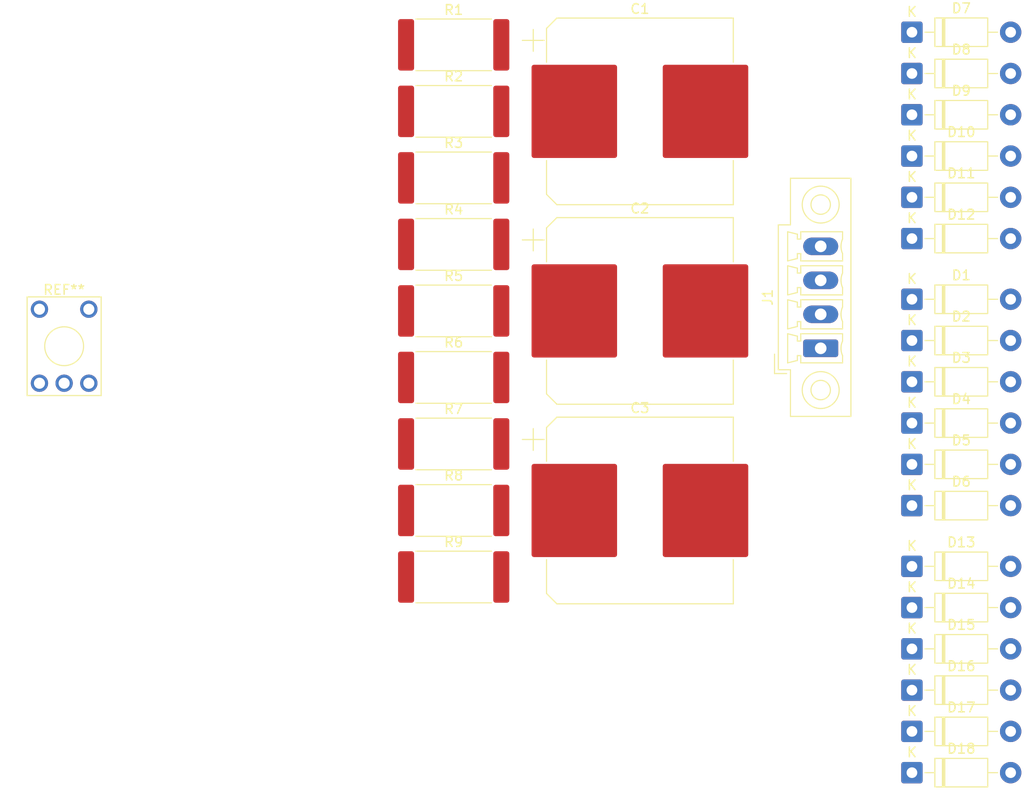
<source format=kicad_pcb>
(kicad_pcb (version 20241229) (generator "pcbnew") (generator_version "9.0")
  (layers (0 "F.Cu" signal) (2 "B.Cu" signal) (13 "F.Paste" user) (15 "B.Paste" user) (5 "F.SilkS" user "F.Silkscreen") (7 "B.SilkS" user "B.Silkscreen") (1 "F.Mask" user) (3 "B.Mask" user) (25 "Edge.Cuts" user))
  (net 0 "")
  (net 1 "GND")
  (net 2 "VBUS")
  (net 3 "/Supply B/Phase_C")
  (net 4 "/Supply B/Phase_B")
  (net 5 "/Supply B/Phase_A")
  (net 6 "/Supply A/Phase_A")
  (net 7 "/Supply A/Phase_B")
  (net 8 "/Supply A/Phase_C")
  (net 9 "/Supply C/Phase_A")
  (net 10 "/Supply C/Phase_B")
  (net 11 "/Supply C/Phase_C")
  (net 12 "Net-(J1-Pin_1)")
  (net 13 "Net-(J1-Pin_2)")
  (net 14 "Net-(J1-Pin_3)")
  (net 15 "Neutral")
  (footprint "Capacitor_SMD:CP_Elec_18x22" (layer "F.Cu") (at 124.695 50.55)
    (property "Reference" "C1" (at 0 -10.55 0) (layer "F.SilkS"))
    (property "Value" "C_US")
    (fp_line (start -12.1 -7.31) (end -9.85 -7.31) (stroke (width 0.12)) (layer "F.SilkS"))
    (fp_line (start -10.975 -8.435) (end -10.975 -6.185) (stroke (width 0.12)) (layer "F.SilkS"))
    (fp_line (start -9.61 -8.545563) (end -9.61 -5.06) (stroke (width 0.12)) (layer "F.SilkS"))
    (fp_line (start -9.61 -8.545563) (end -8.545563 -9.61) (stroke (width 0.12)) (layer "F.SilkS"))
    (fp_line (start -9.61 8.545563) (end -9.61 5.06) (stroke (width 0.12)) (layer "F.SilkS"))
    (fp_line (start -9.61 8.545563) (end -8.545563 9.61) (stroke (width 0.12)) (layer "F.SilkS"))
    (fp_line (start -8.545563 -9.61) (end 9.61 -9.61) (stroke (width 0.12)) (layer "F.SilkS"))
    (fp_line (start -8.545563 9.61) (end 9.61 9.61) (stroke (width 0.12)) (layer "F.SilkS"))
    (fp_line (start 9.61 -9.61) (end 9.61 -5.06) (stroke (width 0.12)) (layer "F.SilkS"))
    (fp_line (start 9.61 9.61) (end 9.61 5.06) (stroke (width 0.12)) (layer "F.SilkS"))
    (pad "1" smd roundrect (at -6.75 0) (size 8.8 9.6) (layers "F.Cu" "F.Mask" "F.Paste") (roundrect_rratio 0.028409) (net 2 "VBUS"))
    (pad "2" smd roundrect (at 6.75 0) (size 8.8 9.6) (layers "F.Cu" "F.Mask" "F.Paste") (roundrect_rratio 0.028409) (net 1 "GND"))
  )
  (footprint "Diode_THT:D_DO-41_SOD81_P10.16mm_Horizontal" (layer "F.Cu") (at 152.69 118.65)
    (property "Reference" "D18" (at 5.08 -2.47 0) (layer "F.SilkS"))
    (property "Value" "1N4004")
    (fp_line (start 1.34 0) (end 2.36 0) (stroke (width 0.12)) (layer "F.SilkS"))
    (fp_line (start 3.14 -1.47) (end 3.14 1.47) (stroke (width 0.12)) (layer "F.SilkS"))
    (fp_line (start 3.26 -1.47) (end 3.26 1.47) (stroke (width 0.12)) (layer "F.SilkS"))
    (fp_line (start 3.38 -1.47) (end 3.38 1.47) (stroke (width 0.12)) (layer "F.SilkS"))
    (fp_line (start 8.82 0) (end 7.8 0) (stroke (width 0.12)) (layer "F.SilkS"))
    (fp_rect (start 2.36 -1.47) (end 7.8 1.47) (stroke (width 0.12)) (fill no) (layer "F.SilkS"))
    (fp_text user "K" (at 0 -2.1 0) (layer "F.SilkS"))
    (pad "1" thru_hole roundrect (at 0 0) (size 2.2 2.2) (drill 1.1) (layers "*.Cu" "*.Mask") (roundrect_rratio 0.113636) (net 11 "/Supply C/Phase_C"))
    (pad "2" thru_hole circle (at 10.16 0) (size 2.2 2.2) (drill 1.1) (layers "*.Cu" "*.Mask") (net 1 "GND"))
  )
  (footprint "Resistor_SMD:R_4020_10251Metric_Pad1.65x5.30mm_HandSolder" (layer "F.Cu") (at 105.53 64.25)
    (property "Reference" "R4" (at 0 -3.6 0) (layer "F.SilkS"))
    (property "Value" "1K")
    (fp_line (start -3.886252 -2.66) (end 3.886252 -2.66) (stroke (width 0.12)) (layer "F.SilkS"))
    (fp_line (start -3.886252 2.66) (end 3.886252 2.66) (stroke (width 0.12)) (layer "F.SilkS"))
    (pad "1" smd roundrect (at -4.9 0) (size 1.65 5.3) (layers "F.Cu" "F.Mask" "F.Paste") (roundrect_rratio 0.151515) (net 12 "Net-(J1-Pin_1)"))
    (pad "2" smd roundrect (at 4.9 0) (size 1.65 5.3) (layers "F.Cu" "F.Mask" "F.Paste") (roundrect_rratio 0.151515) (net 5 "/Supply B/Phase_A"))
  )
  (footprint "Diode_THT:D_DO-41_SOD81_P10.16mm_Horizontal" (layer "F.Cu") (at 152.69 74.15)
    (property "Reference" "D2" (at 5.08 -2.47 0) (layer "F.SilkS"))
    (property "Value" "1N4004")
    (fp_line (start 1.34 0) (end 2.36 0) (stroke (width 0.12)) (layer "F.SilkS"))
    (fp_line (start 3.14 -1.47) (end 3.14 1.47) (stroke (width 0.12)) (layer "F.SilkS"))
    (fp_line (start 3.26 -1.47) (end 3.26 1.47) (stroke (width 0.12)) (layer "F.SilkS"))
    (fp_line (start 3.38 -1.47) (end 3.38 1.47) (stroke (width 0.12)) (layer "F.SilkS"))
    (fp_line (start 8.82 0) (end 7.8 0) (stroke (width 0.12)) (layer "F.SilkS"))
    (fp_rect (start 2.36 -1.47) (end 7.8 1.47) (stroke (width 0.12)) (fill no) (layer "F.SilkS"))
    (fp_text user "K" (at 0 -2.1 0) (layer "F.SilkS"))
    (pad "1" thru_hole roundrect (at 0 0) (size 2.2 2.2) (drill 1.1) (layers "*.Cu" "*.Mask") (roundrect_rratio 0.113636) (net 2 "VBUS"))
    (pad "2" thru_hole circle (at 10.16 0) (size 2.2 2.2) (drill 1.1) (layers "*.Cu" "*.Mask") (net 4 "/Supply B/Phase_B"))
  )
  (footprint "Resistor_SMD:R_4020_10251Metric_Pad1.65x5.30mm_HandSolder" (layer "F.Cu") (at 105.53 98.5)
    (property "Reference" "R9" (at 0 -3.6 0) (layer "F.SilkS"))
    (property "Value" "1K")
    (fp_line (start -3.886252 -2.66) (end 3.886252 -2.66) (stroke (width 0.12)) (layer "F.SilkS"))
    (fp_line (start -3.886252 2.66) (end 3.886252 2.66) (stroke (width 0.12)) (layer "F.SilkS"))
    (pad "1" smd roundrect (at -4.9 0) (size 1.65 5.3) (layers "F.Cu" "F.Mask" "F.Paste") (roundrect_rratio 0.151515) (net 14 "Net-(J1-Pin_3)"))
    (pad "2" smd roundrect (at 4.9 0) (size 1.65 5.3) (layers "F.Cu" "F.Mask" "F.Paste") (roundrect_rratio 0.151515) (net 11 "/Supply C/Phase_C"))
  )
  (footprint "Capacitor_SMD:CP_Elec_18x22" (layer "F.Cu") (at 124.695 91.65)
    (property "Reference" "C3" (at 0 -10.55 0) (layer "F.SilkS"))
    (property "Value" "C_US")
    (fp_line (start -12.1 -7.31) (end -9.85 -7.31) (stroke (width 0.12)) (layer "F.SilkS"))
    (fp_line (start -10.975 -8.435) (end -10.975 -6.185) (stroke (width 0.12)) (layer "F.SilkS"))
    (fp_line (start -9.61 -8.545563) (end -9.61 -5.06) (stroke (width 0.12)) (layer "F.SilkS"))
    (fp_line (start -9.61 -8.545563) (end -8.545563 -9.61) (stroke (width 0.12)) (layer "F.SilkS"))
    (fp_line (start -9.61 8.545563) (end -9.61 5.06) (stroke (width 0.12)) (layer "F.SilkS"))
    (fp_line (start -9.61 8.545563) (end -8.545563 9.61) (stroke (width 0.12)) (layer "F.SilkS"))
    (fp_line (start -8.545563 -9.61) (end 9.61 -9.61) (stroke (width 0.12)) (layer "F.SilkS"))
    (fp_line (start -8.545563 9.61) (end 9.61 9.61) (stroke (width 0.12)) (layer "F.SilkS"))
    (fp_line (start 9.61 -9.61) (end 9.61 -5.06) (stroke (width 0.12)) (layer "F.SilkS"))
    (fp_line (start 9.61 9.61) (end 9.61 5.06) (stroke (width 0.12)) (layer "F.SilkS"))
    (pad "1" smd roundrect (at -6.75 0) (size 8.8 9.6) (layers "F.Cu" "F.Mask" "F.Paste") (roundrect_rratio 0.028409) (net 2 "VBUS"))
    (pad "2" smd roundrect (at 6.75 0) (size 8.8 9.6) (layers "F.Cu" "F.Mask" "F.Paste") (roundrect_rratio 0.028409) (net 1 "GND"))
  )
  (footprint "Diode_THT:D_DO-41_SOD81_P10.16mm_Horizontal" (layer "F.Cu") (at 152.69 82.65)
    (property "Reference" "D4" (at 5.08 -2.47 0) (layer "F.SilkS"))
    (property "Value" "1N4004")
    (fp_line (start 1.34 0) (end 2.36 0) (stroke (width 0.12)) (layer "F.SilkS"))
    (fp_line (start 3.14 -1.47) (end 3.14 1.47) (stroke (width 0.12)) (layer "F.SilkS"))
    (fp_line (start 3.26 -1.47) (end 3.26 1.47) (stroke (width 0.12)) (layer "F.SilkS"))
    (fp_line (start 3.38 -1.47) (end 3.38 1.47) (stroke (width 0.12)) (layer "F.SilkS"))
    (fp_line (start 8.82 0) (end 7.8 0) (stroke (width 0.12)) (layer "F.SilkS"))
    (fp_rect (start 2.36 -1.47) (end 7.8 1.47) (stroke (width 0.12)) (fill no) (layer "F.SilkS"))
    (fp_text user "K" (at 0 -2.1 0) (layer "F.SilkS"))
    (pad "1" thru_hole roundrect (at 0 0) (size 2.2 2.2) (drill 1.1) (layers "*.Cu" "*.Mask") (roundrect_rratio 0.113636) (net 3 "/Supply B/Phase_C"))
    (pad "2" thru_hole circle (at 10.16 0) (size 2.2 2.2) (drill 1.1) (layers "*.Cu" "*.Mask") (net 1 "GND"))
  )
  (footprint "Diode_THT:D_DO-41_SOD81_P10.16mm_Horizontal" (layer "F.Cu") (at 152.69 46.65)
    (property "Reference" "D8" (at 5.08 -2.47 0) (layer "F.SilkS"))
    (property "Value" "1N4004")
    (fp_line (start 1.34 0) (end 2.36 0) (stroke (width 0.12)) (layer "F.SilkS"))
    (fp_line (start 3.14 -1.47) (end 3.14 1.47) (stroke (width 0.12)) (layer "F.SilkS"))
    (fp_line (start 3.26 -1.47) (end 3.26 1.47) (stroke (width 0.12)) (layer "F.SilkS"))
    (fp_line (start 3.38 -1.47) (end 3.38 1.47) (stroke (width 0.12)) (layer "F.SilkS"))
    (fp_line (start 8.82 0) (end 7.8 0) (stroke (width 0.12)) (layer "F.SilkS"))
    (fp_rect (start 2.36 -1.47) (end 7.8 1.47) (stroke (width 0.12)) (fill no) (layer "F.SilkS"))
    (fp_text user "K" (at 0 -2.1 0) (layer "F.SilkS"))
    (pad "1" thru_hole roundrect (at 0 0) (size 2.2 2.2) (drill 1.1) (layers "*.Cu" "*.Mask") (roundrect_rratio 0.113636) (net 6 "/Supply A/Phase_A"))
    (pad "2" thru_hole circle (at 10.16 0) (size 2.2 2.2) (drill 1.1) (layers "*.Cu" "*.Mask") (net 1 "GND"))
  )
  (footprint "Resistor_SMD:R_4020_10251Metric_Pad1.65x5.30mm_HandSolder" (layer "F.Cu") (at 105.53 57.4)
    (property "Reference" "R3" (at 0 -3.6 0) (layer "F.SilkS"))
    (property "Value" "1K")
    (fp_line (start -3.886252 -2.66) (end 3.886252 -2.66) (stroke (width 0.12)) (layer "F.SilkS"))
    (fp_line (start -3.886252 2.66) (end 3.886252 2.66) (stroke (width 0.12)) (layer "F.SilkS"))
    (pad "1" smd roundrect (at -4.9 0) (size 1.65 5.3) (layers "F.Cu" "F.Mask" "F.Paste") (roundrect_rratio 0.151515) (net 14 "Net-(J1-Pin_3)"))
    (pad "2" smd roundrect (at 4.9 0) (size 1.65 5.3) (layers "F.Cu" "F.Mask" "F.Paste") (roundrect_rratio 0.151515) (net 8 "/Supply A/Phase_C"))
  )
  (footprint "Diode_THT:D_DO-41_SOD81_P10.16mm_Horizontal" (layer "F.Cu") (at 152.69 110.15)
    (property "Reference" "D16" (at 5.08 -2.47 0) (layer "F.SilkS"))
    (property "Value" "1N4004")
    (fp_line (start 1.34 0) (end 2.36 0) (stroke (width 0.12)) (layer "F.SilkS"))
    (fp_line (start 3.14 -1.47) (end 3.14 1.47) (stroke (width 0.12)) (layer "F.SilkS"))
    (fp_line (start 3.26 -1.47) (end 3.26 1.47) (stroke (width 0.12)) (layer "F.SilkS"))
    (fp_line (start 3.38 -1.47) (end 3.38 1.47) (stroke (width 0.12)) (layer "F.SilkS"))
    (fp_line (start 8.82 0) (end 7.8 0) (stroke (width 0.12)) (layer "F.SilkS"))
    (fp_rect (start 2.36 -1.47) (end 7.8 1.47) (stroke (width 0.12)) (fill no) (layer "F.SilkS"))
    (fp_text user "K" (at 0 -2.1 0) (layer "F.SilkS"))
    (pad "1" thru_hole roundrect (at 0 0) (size 2.2 2.2) (drill 1.1) (layers "*.Cu" "*.Mask") (roundrect_rratio 0.113636) (net 10 "/Supply C/Phase_B"))
    (pad "2" thru_hole circle (at 10.16 0) (size 2.2 2.2) (drill 1.1) (layers "*.Cu" "*.Mask") (net 1 "GND"))
  )
  (footprint "Diode_THT:D_DO-41_SOD81_P10.16mm_Horizontal" (layer "F.Cu") (at 152.69 50.9)
    (property "Reference" "D9" (at 5.08 -2.47 0) (layer "F.SilkS"))
    (property "Value" "1N4004")
    (fp_line (start 1.34 0) (end 2.36 0) (stroke (width 0.12)) (layer "F.SilkS"))
    (fp_line (start 3.14 -1.47) (end 3.14 1.47) (stroke (width 0.12)) (layer "F.SilkS"))
    (fp_line (start 3.26 -1.47) (end 3.26 1.47) (stroke (width 0.12)) (layer "F.SilkS"))
    (fp_line (start 3.38 -1.47) (end 3.38 1.47) (stroke (width 0.12)) (layer "F.SilkS"))
    (fp_line (start 8.82 0) (end 7.8 0) (stroke (width 0.12)) (layer "F.SilkS"))
    (fp_rect (start 2.36 -1.47) (end 7.8 1.47) (stroke (width 0.12)) (fill no) (layer "F.SilkS"))
    (fp_text user "K" (at 0 -2.1 0) (layer "F.SilkS"))
    (pad "1" thru_hole roundrect (at 0 0) (size 2.2 2.2) (drill 1.1) (layers "*.Cu" "*.Mask") (roundrect_rratio 0.113636) (net 2 "VBUS"))
    (pad "2" thru_hole circle (at 10.16 0) (size 2.2 2.2) (drill 1.1) (layers "*.Cu" "*.Mask") (net 7 "/Supply A/Phase_B"))
  )
  (footprint "Connector_Phoenix_MC:PhoenixContact_MCV_1,5_4-GF-3.5_1x04_P3.50mm_Vertical_ThreadedFlange" (layer "F.Cu") (at 143.3 74.95 90)
    (property "Reference" "J1" (at 5.25 -5.45 90) (layer "F.SilkS"))
    (property "Value" "Conn_01x01")
    (fp_line (start -2.6 -4.75) (end -0.6 -4.75) (stroke (width 0.12)) (layer "F.SilkS"))
    (fp_line (start 12.71 -4.36) (end -2.21 -4.36) (stroke (width 0.12)) (layer "F.SilkS"))
    (fp_line (start -2.21 -4.36) (end -2.21 -3.11) (stroke (width 0.12)) (layer "F.SilkS"))
    (fp_line (start -2.6 -3.5) (end -2.6 -4.75) (stroke (width 0.12)) (layer "F.SilkS"))
    (fp_line (start 12 -3.4) (end 11.75 -2.4) (stroke (width 0.12)) (layer "F.SilkS"))
    (fp_line (start 9 -3.4) (end 12 -3.4) (stroke (width 0.12)) (layer "F.SilkS"))
    (fp_line (start 8.5 -3.4) (end 8.25 -2.4) (stroke (width 0.12)) (layer "F.SilkS"))
    (fp_line (start 5.5 -3.4) (end 8.5 -3.4) (stroke (width 0.12)) (layer "F.SilkS"))
    (fp_line (start 5 -3.4) (end 4.75 -2.4) (stroke (width 0.12)) (layer "F.SilkS"))
    (fp_line (start 2 -3.4) (end 5 -3.4) (stroke (width 0.12)) (layer "F.SilkS"))
    (fp_line (start 1.5 -3.4) (end 1.25 -2.4) (stroke (width 0.12)) (layer "F.SilkS"))
    (fp_line (start -1.5 -3.4) (end 1.5 -3.4) (stroke (width 0.12)) (layer "F.SilkS"))
    (fp_line (start 17.51 -3.11) (end 12.71 -3.11) (stroke (width 0.12)) (layer "F.SilkS"))
    (fp_line (start 12.71 -3.11) (end 12.71 -4.36) (stroke (width 0.12)) (layer "F.SilkS"))
    (fp_line (start -2.21 -3.11) (end -7.01 -3.11) (stroke (width 0.12)) (layer "F.SilkS"))
    (fp_line (start -7.01 -3.11) (end -7.01 3.11) (stroke (width 0.12)) (layer "F.SilkS"))
    (fp_line (start 11.75 -2.4) (end 11.25 -2.4) (stroke (width 0.12)) (layer "F.SilkS"))
    (fp_line (start 11.25 -2.4) (end 11.25 -2.05) (stroke (width 0.12)) (layer "F.SilkS"))
    (fp_line (start 9.75 -2.4) (end 9.25 -2.4) (stroke (width 0.12)) (layer "F.SilkS"))
    (fp_line (start 9.25 -2.4) (end 9 -3.4) (stroke (width 0.12)) (layer "F.SilkS"))
    (fp_line (start 8.25 -2.4) (end 7.75 -2.4) (stroke (width 0.12)) (layer "F.SilkS"))
    (fp_line (start 7.75 -2.4) (end 7.75 -2.05) (stroke (width 0.12)) (layer "F.SilkS"))
    (fp_line (start 6.25 -2.4) (end 5.75 -2.4) (stroke (width 0.12)) (layer "F.SilkS"))
    (fp_line (start 5.75 -2.4) (end 5.5 -3.4) (stroke (width 0.12)) (layer "F.SilkS"))
    (fp_line (start 4.75 -2.4) (end 4.25 -2.4) (stroke (width 0.12)) (layer "F.SilkS"))
    (fp_line (start 4.25 -2.4) (end 4.25 -2.05) (stroke (width 0.12)) (layer "F.SilkS"))
    (fp_line (start 2.75 -2.4) (end 2.25 -2.4) (stroke (width 0.12)) (layer "F.SilkS"))
    (fp_line (start 2.25 -2.4) (end 2 -3.4) (stroke (width 0.12)) (layer "F.SilkS"))
    (fp_line (start 1.25 -2.4) (end 0.75 -2.4) (stroke (width 0.12)) (layer "F.SilkS"))
    (fp_line (start 0.75 -2.4) (end 0.75 -2.05) (stroke (width 0.12)) (layer "F.SilkS"))
    (fp_line (start -0.75 -2.4) (end -1.25 -2.4) (stroke (width 0.12)) (layer "F.SilkS"))
    (fp_line (start -1.25 -2.4) (end -1.5 -3.4) (stroke (width 0.12)) (layer "F.SilkS"))
    (fp_line (start 12 -2.05) (end 12 2.25) (stroke (width 0.12)) (layer "F.SilkS"))
    (fp_line (start 11.25 -2.05) (end 12 -2.05) (stroke (width 0.12)) (layer "F.SilkS"))
    (fp_line (start 9.75 -2.05) (end 9.75 -2.4) (stroke (width 0.12)) (layer "F.SilkS"))
    (fp_line (start 9 -2.05) (end 9.75 -2.05) (stroke (width 0.12)) (layer "F.SilkS"))
    (fp_line (start 8.5 -2.05) (end 8.5 2.25) (stroke (width 0.12)) (layer "F.SilkS"))
    (fp_line (start 7.75 -2.05) (end 8.5 -2.05) (stroke (width 0.12)) (layer "F.SilkS"))
    (fp_line (start 6.25 -2.05) (end 6.25 -2.4) (stroke (width 0.12)) (layer "F.SilkS"))
    (fp_line (start 5.5 -2.05) (end 6.25 -2.05) (stroke (width 0.12)) (layer "F.SilkS"))
    (fp_line (start 5 -2.05) (end 5 2.25) (stroke (width 0.12)) (layer "F.SilkS"))
    (fp_line (start 4.25 -2.05) (end 5 -2.05) (stroke (width 0.12)) (layer "F.SilkS"))
    (fp_line (start 2.75 -2.05) (end 2.75 -2.4) (stroke (width 0.12)) (layer "F.SilkS"))
    (fp_line (start 2 -2.05) (end 2.75 -2.05) (stroke (width 0.12)) (layer "F.SilkS"))
    (fp_line (start 1.5 -2.05) (end 1.5 2.25) (stroke (width 0.12)) (layer "F.SilkS"))
    (fp_line (start 0.75 -2.05) (end 1.5 -2.05) (stroke (width 0.12)) (layer "F.SilkS"))
    (fp_line (start -0.75 -2.05) (end -0.75 -2.4) (stroke (width 0.12)) (layer "F.SilkS"))
    (fp_line (start -1.5 -2.05) (end -0.75 -2.05) (stroke (width 0.12)) (layer "F.SilkS"))
    (fp_line (start 12 2.25) (end 11.25 2.25) (stroke (width 0.12)) (layer "F.SilkS"))
    (fp_line (start 9.75 2.25) (end 9 2.25) (stroke (width 0.12)) (layer "F.SilkS"))
    (fp_line (start 9 2.25) (end 9 -2.05) (stroke (width 0.12)) (layer "F.SilkS"))
    (fp_line (start 8.5 2.25) (end 7.75 2.25) (stroke (width 0.12)) (layer "F.SilkS"))
    (fp_line (start 6.25 2.25) (end 5.5 2.25) (stroke (width 0.12)) (layer "F.SilkS"))
    (fp_line (start 5.5 2.25) (end 5.5 -2.05) (stroke (width 0.12)) (layer "F.SilkS"))
    (fp_line (start 5 2.25) (end 4.25 2.25) (stroke (width 0.12)) (layer "F.SilkS"))
    (fp_line (start 2.75 2.25) (end 2 2.25) (stroke (width 0.12)) (layer "F.SilkS"))
    (fp_line (start 2 2.25) (end 2 -2.05) (stroke (width 0.12)) (layer "F.SilkS"))
    (fp_line (start 1.5 2.25) (end 0.75 2.25) (stroke (width 0.12)) (layer "F.SilkS"))
    (fp_line (start -0.75 2.25) (end -1.5 2.25) (stroke (width 0.12)) (layer "F.SilkS"))
    (fp_line (start -1.5 2.25) (end -1.5 -2.05) (stroke (width 0.12)) (layer "F.SilkS"))
    (fp_line (start 17.51 3.11) (end 17.51 -3.11) (stroke (width 0.12)) (layer "F.SilkS"))
    (fp_line (start -7.01 3.11) (end 17.51 3.11) (stroke (width 0.12)) (layer "F.SilkS"))
    (fp_arc (start 9.75 2.25) (mid 10.499807 2.09191) (end 11.249647 2.249844) (stroke (width 0.12)) (layer "F.SilkS"))
    (fp_arc (start 6.25 2.25) (mid 6.999807 2.09191) (end 7.749647 2.249844) (stroke (width 0.12)) (layer "F.SilkS"))
    (fp_arc (start 2.75 2.25) (mid 3.499807 2.09191) (end 4.249647 2.249844) (stroke (width 0.12)) (layer "F.SilkS"))
    (fp_arc (start -0.75 2.25) (mid -0.000193 2.09191) (end 0.749647 2.249844) (stroke (width 0.12)) (layer "F.SilkS"))
    (fp_circle (center 14.8 0) (end 16.7 0) (stroke (width 0.12)) (fill no) (layer "F.SilkS"))
    (fp_circle (center 14.8 0) (end 15.8 0) (stroke (width 0.12)) (fill no) (layer "F.SilkS"))
    (fp_circle (center -4.3 0) (end -2.4 0) (stroke (width 0.12)) (fill no) (layer "F.SilkS"))
    (fp_circle (center -4.3 0) (end -3.3 0) (stroke (width 0.12)) (fill no) (layer "F.SilkS"))
    (pad "1" thru_hole roundrect (at 0 0 90) (size 1.8 3.6) (drill 1.2) (layers "*.Cu" "*.Mask") (roundrect_rratio 0.138889) (net 12 "Net-(J1-Pin_1)"))
    (pad "2" thru_hole oval (at 3.5 0 90) (size 1.8 3.6) (drill 1.2) (layers "*.Cu" "*.Mask") (net 13 "Net-(J1-Pin_2)"))
    (pad "3" thru_hole oval (at 7 0 90) (size 1.8 3.6) (drill 1.2) (layers "*.Cu" "*.Mask") (net 14 "Net-(J1-Pin_3)"))
    (pad "4" thru_hole oval (at 10.5 0 90) (size 1.8 3.6) (drill 1.2) (layers "*.Cu" "*.Mask") (net 15 "Neutral"))
  )
  (footprint "Resistor_SMD:R_4020_10251Metric_Pad1.65x5.30mm_HandSolder" (layer "F.Cu") (at 105.53 77.95)
    (property "Reference" "R6" (at 0 -3.6 0) (layer "F.SilkS"))
    (property "Value" "1K")
    (fp_line (start -3.886252 -2.66) (end 3.886252 -2.66) (stroke (width 0.12)) (layer "F.SilkS"))
    (fp_line (start -3.886252 2.66) (end 3.886252 2.66) (stroke (width 0.12)) (layer "F.SilkS"))
    (pad "1" smd roundrect (at -4.9 0) (size 1.65 5.3) (layers "F.Cu" "F.Mask" "F.Paste") (roundrect_rratio 0.151515) (net 14 "Net-(J1-Pin_3)"))
    (pad "2" smd roundrect (at 4.9 0) (size 1.65 5.3) (layers "F.Cu" "F.Mask" "F.Paste") (roundrect_rratio 0.151515) (net 3 "/Supply B/Phase_C"))
  )
  (footprint "Diode_THT:D_DO-41_SOD81_P10.16mm_Horizontal" (layer "F.Cu") (at 152.69 63.65)
    (property "Reference" "D12" (at 5.08 -2.47 0) (layer "F.SilkS"))
    (property "Value" "1N4004")
    (fp_line (start 1.34 0) (end 2.36 0) (stroke (width 0.12)) (layer "F.SilkS"))
    (fp_line (start 3.14 -1.47) (end 3.14 1.47) (stroke (width 0.12)) (layer "F.SilkS"))
    (fp_line (start 3.26 -1.47) (end 3.26 1.47) (stroke (width 0.12)) (layer "F.SilkS"))
    (fp_line (start 3.38 -1.47) (end 3.38 1.47) (stroke (width 0.12)) (layer "F.SilkS"))
    (fp_line (start 8.82 0) (end 7.8 0) (stroke (width 0.12)) (layer "F.SilkS"))
    (fp_rect (start 2.36 -1.47) (end 7.8 1.47) (stroke (width 0.12)) (fill no) (layer "F.SilkS"))
    (fp_text user "K" (at 0 -2.1 0) (layer "F.SilkS"))
    (pad "1" thru_hole roundrect (at 0 0) (size 2.2 2.2) (drill 1.1) (layers "*.Cu" "*.Mask") (roundrect_rratio 0.113636) (net 8 "/Supply A/Phase_C"))
    (pad "2" thru_hole circle (at 10.16 0) (size 2.2 2.2) (drill 1.1) (layers "*.Cu" "*.Mask") (net 1 "GND"))
  )
  (footprint "Diode_THT:D_DO-41_SOD81_P10.16mm_Horizontal" (layer "F.Cu") (at 152.69 105.9)
    (property "Reference" "D15" (at 5.08 -2.47 0) (layer "F.SilkS"))
    (property "Value" "1N4004")
    (fp_line (start 1.34 0) (end 2.36 0) (stroke (width 0.12)) (layer "F.SilkS"))
    (fp_line (start 3.14 -1.47) (end 3.14 1.47) (stroke (width 0.12)) (layer "F.SilkS"))
    (fp_line (start 3.26 -1.47) (end 3.26 1.47) (stroke (width 0.12)) (layer "F.SilkS"))
    (fp_line (start 3.38 -1.47) (end 3.38 1.47) (stroke (width 0.12)) (layer "F.SilkS"))
    (fp_line (start 8.82 0) (end 7.8 0) (stroke (width 0.12)) (layer "F.SilkS"))
    (fp_rect (start 2.36 -1.47) (end 7.8 1.47) (stroke (width 0.12)) (fill no) (layer "F.SilkS"))
    (fp_text user "K" (at 0 -2.1 0) (layer "F.SilkS"))
    (pad "1" thru_hole roundrect (at 0 0) (size 2.2 2.2) (drill 1.1) (layers "*.Cu" "*.Mask") (roundrect_rratio 0.113636) (net 2 "VBUS"))
    (pad "2" thru_hole circle (at 10.16 0) (size 2.2 2.2) (drill 1.1) (layers "*.Cu" "*.Mask") (net 10 "/Supply C/Phase_B"))
  )
  (footprint "Diode_THT:D_DO-41_SOD81_P10.16mm_Horizontal" (layer "F.Cu") (at 152.69 101.65)
    (property "Reference" "D14" (at 5.08 -2.47 0) (layer "F.SilkS"))
    (property "Value" "1N4004")
    (fp_line (start 1.34 0) (end 2.36 0) (stroke (width 0.12)) (layer "F.SilkS"))
    (fp_line (start 3.14 -1.47) (end 3.14 1.47) (stroke (width 0.12)) (layer "F.SilkS"))
    (fp_line (start 3.26 -1.47) (end 3.26 1.47) (stroke (width 0.12)) (layer "F.SilkS"))
    (fp_line (start 3.38 -1.47) (end 3.38 1.47) (stroke (width 0.12)) (layer "F.SilkS"))
    (fp_line (start 8.82 0) (end 7.8 0) (stroke (width 0.12)) (layer "F.SilkS"))
    (fp_rect (start 2.36 -1.47) (end 7.8 1.47) (stroke (width 0.12)) (fill no) (layer "F.SilkS"))
    (fp_text user "K" (at 0 -2.1 0) (layer "F.SilkS"))
    (pad "1" thru_hole roundrect (at 0 0) (size 2.2 2.2) (drill 1.1) (layers "*.Cu" "*.Mask") (roundrect_rratio 0.113636) (net 9 "/Supply C/Phase_A"))
    (pad "2" thru_hole circle (at 10.16 0) (size 2.2 2.2) (drill 1.1) (layers "*.Cu" "*.Mask") (net 1 "GND"))
  )
  (footprint "Diode_THT:D_DO-41_SOD81_P10.16mm_Horizontal" (layer "F.Cu") (at 152.69 86.9)
    (property "Reference" "D5" (at 5.08 -2.47 0) (layer "F.SilkS"))
    (property "Value" "1N4004")
    (fp_line (start 1.34 0) (end 2.36 0) (stroke (width 0.12)) (layer "F.SilkS"))
    (fp_line (start 3.14 -1.47) (end 3.14 1.47) (stroke (width 0.12)) (layer "F.SilkS"))
    (fp_line (start 3.26 -1.47) (end 3.26 1.47) (stroke (width 0.12)) (layer "F.SilkS"))
    (fp_line (start 3.38 -1.47) (end 3.38 1.47) (stroke (width 0.12)) (layer "F.SilkS"))
    (fp_line (start 8.82 0) (end 7.8 0) (stroke (width 0.12)) (layer "F.SilkS"))
    (fp_rect (start 2.36 -1.47) (end 7.8 1.47) (stroke (width 0.12)) (fill no) (layer "F.SilkS"))
    (fp_text user "K" (at 0 -2.1 0) (layer "F.SilkS"))
    (pad "1" thru_hole roundrect (at 0 0) (size 2.2 2.2) (drill 1.1) (layers "*.Cu" "*.Mask") (roundrect_rratio 0.113636) (net 4 "/Supply B/Phase_B"))
    (pad "2" thru_hole circle (at 10.16 0) (size 2.2 2.2) (drill 1.1) (layers "*.Cu" "*.Mask") (net 1 "GND"))
  )
  (footprint "Button_Switch_THT:KSA_Tactile_SPST" (layer "F.Cu") (at 62.9 70.925)
    (property "Reference" "REF**" (at 2.54 -2 0) (layer "F.SilkS"))
    (property "Value" "KSA_Tactile_SPST")
    (fp_line (start -1.27 -1.27) (end -1.27 8.89) (stroke (width 0.12)) (layer "F.SilkS"))
    (fp_line (start -1.27 -1.27) (end 6.35 -1.27) (stroke (width 0.12)) (layer "F.SilkS"))
    (fp_line (start -1.27 8.89) (end 6.35 8.89) (stroke (width 0.12)) (layer "F.SilkS"))
    (fp_line (start 6.35 8.89) (end 6.35 -1.27) (stroke (width 0.12)) (layer "F.SilkS"))
    (fp_circle (center 2.54 3.81) (end 0.54 3.81) (stroke (width 0.12)) (fill no) (layer "F.SilkS"))
    (pad "1" thru_hole circle (at 0 0) (size 1.778 1.778) (drill 1.143) (layers "*.Cu" "*.Mask"))
    (pad "2" thru_hole circle (at 5.08 0) (size 1.778 1.778) (drill 1.143) (layers "*.Cu" "*.Mask"))
    (pad "3" thru_hole circle (at 5.08 7.62) (size 1.778 1.778) (drill 1.143) (layers "*.Cu" "*.Mask"))
    (pad "4" thru_hole circle (at 2.54 7.62) (size 1.778 1.778) (drill 1.143) (layers "*.Cu" "*.Mask"))
    (pad "5" thru_hole circle (at 0 7.62) (size 1.778 1.778) (drill 1.143) (layers "*.Cu" "*.Mask"))
  )
  (footprint "Diode_THT:D_DO-41_SOD81_P10.16mm_Horizontal" (layer "F.Cu") (at 152.69 91.15)
    (property "Reference" "D6" (at 5.08 -2.47 0) (layer "F.SilkS"))
    (property "Value" "1N4004")
    (fp_line (start 1.34 0) (end 2.36 0) (stroke (width 0.12)) (layer "F.SilkS"))
    (fp_line (start 3.14 -1.47) (end 3.14 1.47) (stroke (width 0.12)) (layer "F.SilkS"))
    (fp_line (start 3.26 -1.47) (end 3.26 1.47) (stroke (width 0.12)) (layer "F.SilkS"))
    (fp_line (start 3.38 -1.47) (end 3.38 1.47) (stroke (width 0.12)) (layer "F.SilkS"))
    (fp_line (start 8.82 0) (end 7.8 0) (stroke (width 0.12)) (layer "F.SilkS"))
    (fp_rect (start 2.36 -1.47) (end 7.8 1.47) (stroke (width 0.12)) (fill no) (layer "F.SilkS"))
    (fp_text user "K" (at 0 -2.1 0) (layer "F.SilkS"))
    (pad "1" thru_hole roundrect (at 0 0) (size 2.2 2.2) (drill 1.1) (layers "*.Cu" "*.Mask") (roundrect_rratio 0.113636) (net 5 "/Supply B/Phase_A"))
    (pad "2" thru_hole circle (at 10.16 0) (size 2.2 2.2) (drill 1.1) (layers "*.Cu" "*.Mask") (net 1 "GND"))
  )
  (footprint "Resistor_SMD:R_4020_10251Metric_Pad1.65x5.30mm_HandSolder" (layer "F.Cu") (at 105.53 84.8)
    (property "Reference" "R7" (at 0 -3.6 0) (layer "F.SilkS"))
    (property "Value" "1K")
    (fp_line (start -3.886252 -2.66) (end 3.886252 -2.66) (stroke (width 0.12)) (layer "F.SilkS"))
    (fp_line (start -3.886252 2.66) (end 3.886252 2.66) (stroke (width 0.12)) (layer "F.SilkS"))
    (pad "1" smd roundrect (at -4.9 0) (size 1.65 5.3) (layers "F.Cu" "F.Mask" "F.Paste") (roundrect_rratio 0.151515) (net 12 "Net-(J1-Pin_1)"))
    (pad "2" smd roundrect (at 4.9 0) (size 1.65 5.3) (layers "F.Cu" "F.Mask" "F.Paste") (roundrect_rratio 0.151515) (net 9 "/Supply C/Phase_A"))
  )
  (footprint "Diode_THT:D_DO-41_SOD81_P10.16mm_Horizontal" (layer "F.Cu") (at 152.69 59.4)
    (property "Reference" "D11" (at 5.08 -2.47 0) (layer "F.SilkS"))
    (property "Value" "1N4004")
    (fp_line (start 1.34 0) (end 2.36 0) (stroke (width 0.12)) (layer "F.SilkS"))
    (fp_line (start 3.14 -1.47) (end 3.14 1.47) (stroke (width 0.12)) (layer "F.SilkS"))
    (fp_line (start 3.26 -1.47) (end 3.26 1.47) (stroke (width 0.12)) (layer "F.SilkS"))
    (fp_line (start 3.38 -1.47) (end 3.38 1.47) (stroke (width 0.12)) (layer "F.SilkS"))
    (fp_line (start 8.82 0) (end 7.8 0) (stroke (width 0.12)) (layer "F.SilkS"))
    (fp_rect (start 2.36 -1.47) (end 7.8 1.47) (stroke (width 0.12)) (fill no) (layer "F.SilkS"))
    (fp_text user "K" (at 0 -2.1 0) (layer "F.SilkS"))
    (pad "1" thru_hole roundrect (at 0 0) (size 2.2 2.2) (drill 1.1) (layers "*.Cu" "*.Mask") (roundrect_rratio 0.113636) (net 2 "VBUS"))
    (pad "2" thru_hole circle (at 10.16 0) (size 2.2 2.2) (drill 1.1) (layers "*.Cu" "*.Mask") (net 8 "/Supply A/Phase_C"))
  )
  (footprint "Capacitor_SMD:CP_Elec_18x22" (layer "F.Cu") (at 124.695 71.1)
    (property "Reference" "C2" (at 0 -10.55 0) (layer "F.SilkS"))
    (property "Value" "C_US")
    (fp_line (start -12.1 -7.31) (end -9.85 -7.31) (stroke (width 0.12)) (layer "F.SilkS"))
    (fp_line (start -10.975 -8.435) (end -10.975 -6.185) (stroke (width 0.12)) (layer "F.SilkS"))
    (fp_line (start -9.61 -8.545563) (end -9.61 -5.06) (stroke (width 0.12)) (layer "F.SilkS"))
    (fp_line (start -9.61 -8.545563) (end -8.545563 -9.61) (stroke (width 0.12)) (layer "F.SilkS"))
    (fp_line (start -9.61 8.545563) (end -9.61 5.06) (stroke (width 0.12)) (layer "F.SilkS"))
    (fp_line (start -9.61 8.545563) (end -8.545563 9.61) (stroke (width 0.12)) (layer "F.SilkS"))
    (fp_line (start -8.545563 -9.61) (end 9.61 -9.61) (stroke (width 0.12)) (layer "F.SilkS"))
    (fp_line (start -8.545563 9.61) (end 9.61 9.61) (stroke (width 0.12)) (layer "F.SilkS"))
    (fp_line (start 9.61 -9.61) (end 9.61 -5.06) (stroke (width 0.12)) (layer "F.SilkS"))
    (fp_line (start 9.61 9.61) (end 9.61 5.06) (stroke (width 0.12)) (layer "F.SilkS"))
    (pad "1" smd roundrect (at -6.75 0) (size 8.8 9.6) (layers "F.Cu" "F.Mask" "F.Paste") (roundrect_rratio 0.028409) (net 2 "VBUS"))
    (pad "2" smd roundrect (at 6.75 0) (size 8.8 9.6) (layers "F.Cu" "F.Mask" "F.Paste") (roundrect_rratio 0.028409) (net 1 "GND"))
  )
  (footprint "Resistor_SMD:R_4020_10251Metric_Pad1.65x5.30mm_HandSolder" (layer "F.Cu") (at 105.53 71.1)
    (property "Reference" "R5" (at 0 -3.6 0) (layer "F.SilkS"))
    (property "Value" "1K")
    (fp_line (start -3.886252 -2.66) (end 3.886252 -2.66) (stroke (width 0.12)) (layer "F.SilkS"))
    (fp_line (start -3.886252 2.66) (end 3.886252 2.66) (stroke (width 0.12)) (layer "F.SilkS"))
    (pad "1" smd roundrect (at -4.9 0) (size 1.65 5.3) (layers "F.Cu" "F.Mask" "F.Paste") (roundrect_rratio 0.151515) (net 13 "Net-(J1-Pin_2)"))
    (pad "2" smd roundrect (at 4.9 0) (size 1.65 5.3) (layers "F.Cu" "F.Mask" "F.Paste") (roundrect_rratio 0.151515) (net 4 "/Supply B/Phase_B"))
  )
  (footprint "Resistor_SMD:R_4020_10251Metric_Pad1.65x5.30mm_HandSolder" (layer "F.Cu") (at 105.53 91.65)
    (property "Reference" "R8" (at 0 -3.6 0) (layer "F.SilkS"))
    (property "Value" "1K")
    (fp_line (start -3.886252 -2.66) (end 3.886252 -2.66) (stroke (width 0.12)) (layer "F.SilkS"))
    (fp_line (start -3.886252 2.66) (end 3.886252 2.66) (stroke (width 0.12)) (layer "F.SilkS"))
    (pad "1" smd roundrect (at -4.9 0) (size 1.65 5.3) (layers "F.Cu" "F.Mask" "F.Paste") (roundrect_rratio 0.151515) (net 13 "Net-(J1-Pin_2)"))
    (pad "2" smd roundrect (at 4.9 0) (size 1.65 5.3) (layers "F.Cu" "F.Mask" "F.Paste") (roundrect_rratio 0.151515) (net 10 "/Supply C/Phase_B"))
  )
  (footprint "Diode_THT:D_DO-41_SOD81_P10.16mm_Horizontal" (layer "F.Cu") (at 152.69 42.4)
    (property "Reference" "D7" (at 5.08 -2.47 0) (layer "F.SilkS"))
    (property "Value" "1N4004")
    (fp_line (start 1.34 0) (end 2.36 0) (stroke (width 0.12)) (layer "F.SilkS"))
    (fp_line (start 3.14 -1.47) (end 3.14 1.47) (stroke (width 0.12)) (layer "F.SilkS"))
    (fp_line (start 3.26 -1.47) (end 3.26 1.47) (stroke (width 0.12)) (layer "F.SilkS"))
    (fp_line (start 3.38 -1.47) (end 3.38 1.47) (stroke (width 0.12)) (layer "F.SilkS"))
    (fp_line (start 8.82 0) (end 7.8 0) (stroke (width 0.12)) (layer "F.SilkS"))
    (fp_rect (start 2.36 -1.47) (end 7.8 1.47) (stroke (width 0.12)) (fill no) (layer "F.SilkS"))
    (fp_text user "K" (at 0 -2.1 0) (layer "F.SilkS"))
    (pad "1" thru_hole roundrect (at 0 0) (size 2.2 2.2) (drill 1.1) (layers "*.Cu" "*.Mask") (roundrect_rratio 0.113636) (net 2 "VBUS"))
    (pad "2" thru_hole circle (at 10.16 0) (size 2.2 2.2) (drill 1.1) (layers "*.Cu" "*.Mask") (net 6 "/Supply A/Phase_A"))
  )
  (footprint "Resistor_SMD:R_4020_10251Metric_Pad1.65x5.30mm_HandSolder" (layer "F.Cu") (at 105.53 43.7)
    (property "Reference" "R1" (at 0 -3.6 0) (layer "F.SilkS"))
    (property "Value" "1K")
    (fp_line (start -3.886252 -2.66) (end 3.886252 -2.66) (stroke (width 0.12)) (layer "F.SilkS"))
    (fp_line (start -3.886252 2.66) (end 3.886252 2.66) (stroke (width 0.12)) (layer "F.SilkS"))
    (pad "1" smd roundrect (at -4.9 0) (size 1.65 5.3) (layers "F.Cu" "F.Mask" "F.Paste") (roundrect_rratio 0.151515) (net 12 "Net-(J1-Pin_1)"))
    (pad "2" smd roundrect (at 4.9 0) (size 1.65 5.3) (layers "F.Cu" "F.Mask" "F.Paste") (roundrect_rratio 0.151515) (net 6 "/Supply A/Phase_A"))
  )
  (footprint "Diode_THT:D_DO-41_SOD81_P10.16mm_Horizontal" (layer "F.Cu") (at 152.69 69.9)
    (property "Reference" "D1" (at 5.08 -2.47 0) (layer "F.SilkS"))
    (property "Value" "1N4004")
    (fp_line (start 1.34 0) (end 2.36 0) (stroke (width 0.12)) (layer "F.SilkS"))
    (fp_line (start 3.14 -1.47) (end 3.14 1.47) (stroke (width 0.12)) (layer "F.SilkS"))
    (fp_line (start 3.26 -1.47) (end 3.26 1.47) (stroke (width 0.12)) (layer "F.SilkS"))
    (fp_line (start 3.38 -1.47) (end 3.38 1.47) (stroke (width 0.12)) (layer "F.SilkS"))
    (fp_line (start 8.82 0) (end 7.8 0) (stroke (width 0.12)) (layer "F.SilkS"))
    (fp_rect (start 2.36 -1.47) (end 7.8 1.47) (stroke (width 0.12)) (fill no) (layer "F.SilkS"))
    (fp_text user "K" (at 0 -2.1 0) (layer "F.SilkS"))
    (pad "1" thru_hole roundrect (at 0 0) (size 2.2 2.2) (drill 1.1) (layers "*.Cu" "*.Mask") (roundrect_rratio 0.113636) (net 2 "VBUS"))
    (pad "2" thru_hole circle (at 10.16 0) (size 2.2 2.2) (drill 1.1) (layers "*.Cu" "*.Mask") (net 3 "/Supply B/Phase_C"))
  )
  (footprint "Diode_THT:D_DO-41_SOD81_P10.16mm_Horizontal" (layer "F.Cu") (at 152.69 114.4)
    (property "Reference" "D17" (at 5.08 -2.47 0) (layer "F.SilkS"))
    (property "Value" "1N4004")
    (fp_line (start 1.34 0) (end 2.36 0) (stroke (width 0.12)) (layer "F.SilkS"))
    (fp_line (start 3.14 -1.47) (end 3.14 1.47) (stroke (width 0.12)) (layer "F.SilkS"))
    (fp_line (start 3.26 -1.47) (end 3.26 1.47) (stroke (width 0.12)) (layer "F.SilkS"))
    (fp_line (start 3.38 -1.47) (end 3.38 1.47) (stroke (width 0.12)) (layer "F.SilkS"))
    (fp_line (start 8.82 0) (end 7.8 0) (stroke (width 0.12)) (layer "F.SilkS"))
    (fp_rect (start 2.36 -1.47) (end 7.8 1.47) (stroke (width 0.12)) (fill no) (layer "F.SilkS"))
    (fp_text user "K" (at 0 -2.1 0) (layer "F.SilkS"))
    (pad "1" thru_hole roundrect (at 0 0) (size 2.2 2.2) (drill 1.1) (layers "*.Cu" "*.Mask") (roundrect_rratio 0.113636) (net 2 "VBUS"))
    (pad "2" thru_hole circle (at 10.16 0) (size 2.2 2.2) (drill 1.1) (layers "*.Cu" "*.Mask") (net 11 "/Supply C/Phase_C"))
  )
  (footprint "Diode_THT:D_DO-41_SOD81_P10.16mm_Horizontal" (layer "F.Cu") (at 152.69 55.15)
    (property "Reference" "D10" (at 5.08 -2.47 0) (layer "F.SilkS"))
    (property "Value" "1N4004")
    (fp_line (start 1.34 0) (end 2.36 0) (stroke (width 0.12)) (layer "F.SilkS"))
    (fp_line (start 3.14 -1.47) (end 3.14 1.47) (stroke (width 0.12)) (layer "F.SilkS"))
    (fp_line (start 3.26 -1.47) (end 3.26 1.47) (stroke (width 0.12)) (layer "F.SilkS"))
    (fp_line (start 3.38 -1.47) (end 3.38 1.47) (stroke (width 0.12)) (layer "F.SilkS"))
    (fp_line (start 8.82 0) (end 7.8 0) (stroke (width 0.12)) (layer "F.SilkS"))
    (fp_rect (start 2.36 -1.47) (end 7.8 1.47) (stroke (width 0.12)) (fill no) (layer "F.SilkS"))
    (fp_text user "K" (at 0 -2.1 0) (layer "F.SilkS"))
    (pad "1" thru_hole roundrect (at 0 0) (size 2.2 2.2) (drill 1.1) (layers "*.Cu" "*.Mask") (roundrect_rratio 0.113636) (net 7 "/Supply A/Phase_B"))
    (pad "2" thru_hole circle (at 10.16 0) (size 2.2 2.2) (drill 1.1) (layers "*.Cu" "*.Mask") (net 1 "GND"))
  )
  (footprint "Diode_THT:D_DO-41_SOD81_P10.16mm_Horizontal" (layer "F.Cu") (at 152.69 97.4)
    (property "Reference" "D13" (at 5.08 -2.47 0) (layer "F.SilkS"))
    (property "Value" "1N4004")
    (fp_line (start 1.34 0) (end 2.36 0) (stroke (width 0.12)) (layer "F.SilkS"))
    (fp_line (start 3.14 -1.47) (end 3.14 1.47) (stroke (width 0.12)) (layer "F.SilkS"))
    (fp_line (start 3.26 -1.47) (end 3.26 1.47) (stroke (width 0.12)) (layer "F.SilkS"))
    (fp_line (start 3.38 -1.47) (end 3.38 1.47) (stroke (width 0.12)) (layer "F.SilkS"))
    (fp_line (start 8.82 0) (end 7.8 0) (stroke (width 0.12)) (layer "F.SilkS"))
    (fp_rect (start 2.36 -1.47) (end 7.8 1.47) (stroke (width 0.12)) (fill no) (layer "F.SilkS"))
    (fp_text user "K" (at 0 -2.1 0) (layer "F.SilkS"))
    (pad "1" thru_hole roundrect (at 0 0) (size 2.2 2.2) (drill 1.1) (layers "*.Cu" "*.Mask") (roundrect_rratio 0.113636) (net 2 "VBUS"))
    (pad "2" thru_hole circle (at 10.16 0) (size 2.2 2.2) (drill 1.1) (layers "*.Cu" "*.Mask") (net 9 "/Supply C/Phase_A"))
  )
  (footprint "Resistor_SMD:R_4020_10251Metric_Pad1.65x5.30mm_HandSolder" (layer "F.Cu") (at 105.53 50.55)
    (property "Reference" "R2" (at 0 -3.6 0) (layer "F.SilkS"))
    (property "Value" "1K")
    (fp_line (start -3.886252 -2.66) (end 3.886252 -2.66) (stroke (width 0.12)) (layer "F.SilkS"))
    (fp_line (start -3.886252 2.66) (end 3.886252 2.66) (stroke (width 0.12)) (layer "F.SilkS"))
    (pad "1" smd roundrect (at -4.9 0) (size 1.65 5.3) (layers "F.Cu" "F.Mask" "F.Paste") (roundrect_rratio 0.151515) (net 13 "Net-(J1-Pin_2)"))
    (pad "2" smd roundrect (at 4.9 0) (size 1.65 5.3) (layers "F.Cu" "F.Mask" "F.Paste") (roundrect_rratio 0.151515) (net 7 "/Supply A/Phase_B"))
  )
  (footprint "Diode_THT:D_DO-41_SOD81_P10.16mm_Horizontal" (layer "F.Cu") (at 152.69 78.4)
    (property "Reference" "D3" (at 5.08 -2.47 0) (layer "F.SilkS"))
    (property "Value" "1N4004")
    (fp_line (start 1.34 0) (end 2.36 0) (stroke (width 0.12)) (layer "F.SilkS"))
    (fp_line (start 3.14 -1.47) (end 3.14 1.47) (stroke (width 0.12)) (layer "F.SilkS"))
    (fp_line (start 3.26 -1.47) (end 3.26 1.47) (stroke (width 0.12)) (layer "F.SilkS"))
    (fp_line (start 3.38 -1.47) (end 3.38 1.47) (stroke (width 0.12)) (layer "F.SilkS"))
    (fp_line (start 8.82 0) (end 7.8 0) (stroke (width 0.12)) (layer "F.SilkS"))
    (fp_rect (start 2.36 -1.47) (end 7.8 1.47) (stroke (width 0.12)) (fill no) (layer "F.SilkS"))
    (fp_text user "K" (at 0 -2.1 0) (layer "F.SilkS"))
    (pad "1" thru_hole roundrect (at 0 0) (size 2.2 2.2) (drill 1.1) (layers "*.Cu" "*.Mask") (roundrect_rratio 0.113636) (net 2 "VBUS"))
    (pad "2" thru_hole circle (at 10.16 0) (size 2.2 2.2) (drill 1.1) (layers "*.Cu" "*.Mask") (net 5 "/Supply B/Phase_A"))
  )
)
</source>
